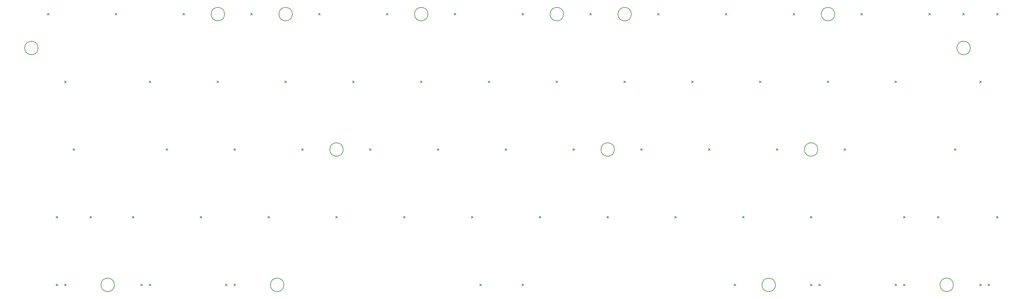
<source format=gbr>
%TF.GenerationSoftware,KiCad,Pcbnew,8.0.6*%
%TF.CreationDate,2024-12-01T17:55:37+07:00*%
%TF.ProjectId,Heart HE 60,48656172-7420-4484-9520-36302e6b6963,rev?*%
%TF.SameCoordinates,Original*%
%TF.FileFunction,Other,Comment*%
%FSLAX46Y46*%
G04 Gerber Fmt 4.6, Leading zero omitted, Abs format (unit mm)*
G04 Created by KiCad (PCBNEW 8.0.6) date 2024-12-01 17:55:37*
%MOMM*%
%LPD*%
G01*
G04 APERTURE LIST*
%ADD10C,0.150000*%
G04 APERTURE END LIST*
D10*
%TO.C,H11*%
X220975000Y0D02*
G75*
G02*
X217175000Y0I-1900000J0D01*
G01*
X217175000Y0D02*
G75*
G02*
X220975000Y0I1900000J0D01*
G01*
%TO.C,H13*%
X216212500Y-38100000D02*
G75*
G02*
X212412500Y-38100000I-1900000J0D01*
G01*
X212412500Y-38100000D02*
G75*
G02*
X216212500Y-38100000I1900000J0D01*
G01*
%TO.C,H14*%
X66193750Y-76200000D02*
G75*
G02*
X62393750Y-76200000I-1900000J0D01*
G01*
X62393750Y-76200000D02*
G75*
G02*
X66193750Y-76200000I1900000J0D01*
G01*
%TO.C,H10*%
X163825000Y0D02*
G75*
G02*
X160025000Y0I-1900000J0D01*
G01*
X160025000Y0D02*
G75*
G02*
X163825000Y0I1900000J0D01*
G01*
%TO.C,H4*%
X82862500Y-38100000D02*
G75*
G02*
X79062500Y-38100000I-1900000J0D01*
G01*
X79062500Y-38100000D02*
G75*
G02*
X82862500Y-38100000I1900000J0D01*
G01*
%TO.C,H18*%
X259075000Y-9525000D02*
G75*
G02*
X255275000Y-9525000I-1900000J0D01*
G01*
X255275000Y-9525000D02*
G75*
G02*
X259075000Y-9525000I1900000J0D01*
G01*
%TO.C,H6*%
X18568750Y-76200000D02*
G75*
G02*
X14768750Y-76200000I-1900000J0D01*
G01*
X14768750Y-76200000D02*
G75*
G02*
X18568750Y-76200000I1900000J0D01*
G01*
%TO.C,H12*%
X-2862500Y-9525000D02*
G75*
G02*
X-6662500Y-9525000I-1900000J0D01*
G01*
X-6662500Y-9525000D02*
G75*
G02*
X-2862500Y-9525000I1900000J0D01*
G01*
%TO.C,H8*%
X144775000Y0D02*
G75*
G02*
X140975000Y0I-1900000J0D01*
G01*
X140975000Y0D02*
G75*
G02*
X144775000Y0I1900000J0D01*
G01*
%TO.C,H17*%
X254312500Y-76200000D02*
G75*
G02*
X250512500Y-76200000I-1900000J0D01*
G01*
X250512500Y-76200000D02*
G75*
G02*
X254312500Y-76200000I1900000J0D01*
G01*
%TO.C,H9*%
X106675000Y0D02*
G75*
G02*
X102875000Y0I-1900000J0D01*
G01*
X102875000Y0D02*
G75*
G02*
X106675000Y0I1900000J0D01*
G01*
%TO.C,H15*%
X204306250Y-76200000D02*
G75*
G02*
X200506250Y-76200000I-1900000J0D01*
G01*
X200506250Y-76200000D02*
G75*
G02*
X204306250Y-76200000I1900000J0D01*
G01*
%TO.C,H5*%
X68575000Y0D02*
G75*
G02*
X64775000Y0I-1900000J0D01*
G01*
X64775000Y0D02*
G75*
G02*
X68575000Y0I1900000J0D01*
G01*
%TO.C,H3*%
X49525000Y0D02*
G75*
G02*
X45725000Y0I-1900000J0D01*
G01*
X45725000Y0D02*
G75*
G02*
X49525000Y0I1900000J0D01*
G01*
%TO.C,H7*%
X159062500Y-38100000D02*
G75*
G02*
X155262500Y-38100000I-1900000J0D01*
G01*
X155262500Y-38100000D02*
G75*
G02*
X159062500Y-38100000I1900000J0D01*
G01*
%TO.C,U25*%
X43116500Y-56896000D02*
X42608500Y-57404000D01*
X43116500Y-57404000D02*
X42608500Y-56896000D01*
%TO.C,U23*%
X47879000Y-18796000D02*
X47371000Y-19304000D01*
X47879000Y-19304000D02*
X47371000Y-18796000D01*
%TO.C,U30*%
X71691500Y-37846000D02*
X71183500Y-38354000D01*
X71691500Y-38354000D02*
X71183500Y-37846000D01*
%TO.C,U66*%
X185991500Y-37846000D02*
X185483500Y-38354000D01*
X185991500Y-38354000D02*
X185483500Y-37846000D01*
%TO.C,U75*%
X2127250Y-56896000D02*
X2635250Y-57404000D01*
X2127250Y-57404000D02*
X2635250Y-56896000D01*
%TO.C,U72*%
X205041500Y-37846000D02*
X204533500Y-38354000D01*
X205041500Y-38354000D02*
X204533500Y-37846000D01*
%TO.C,U79*%
X214566500Y-56896000D02*
X214058500Y-57404000D01*
X214566500Y-57404000D02*
X214058500Y-56896000D01*
%TO.C,U68*%
X261683500Y-75946000D02*
X262191500Y-76454000D01*
X262191500Y-75946000D02*
X261683500Y-76454000D01*
%TO.C,U55*%
X138366500Y-56896000D02*
X137858500Y-57404000D01*
X138366500Y-57404000D02*
X137858500Y-56896000D01*
%TO.C,U82*%
X228854000Y254000D02*
X228346000Y-254000D01*
X228854000Y-254000D02*
X228346000Y254000D01*
%TO.C,U77*%
X219329000Y-18796000D02*
X218821000Y-19304000D01*
X219329000Y-19304000D02*
X218821000Y-18796000D01*
%TO.C,U58*%
X152654000Y254000D02*
X152146000Y-254000D01*
X152654000Y-254000D02*
X152146000Y254000D01*
%TO.C,U31*%
X62166500Y-56896000D02*
X61658500Y-57404000D01*
X62166500Y-57404000D02*
X61658500Y-56896000D01*
%TO.C,U89*%
X261683500Y-18796000D02*
X262191500Y-19304000D01*
X261683500Y-19304000D02*
X262191500Y-18796000D01*
%TO.C,U37*%
X81216500Y-56896000D02*
X80708500Y-57404000D01*
X81216500Y-57404000D02*
X80708500Y-56896000D01*
%TO.C,U18*%
X33591500Y-37846000D02*
X33083500Y-38354000D01*
X33591500Y-38354000D02*
X33083500Y-37846000D01*
%TO.C,U65*%
X181229000Y-18796000D02*
X180721000Y-19304000D01*
X181229000Y-19304000D02*
X180721000Y-18796000D01*
%TO.C,U10*%
X254000Y254000D02*
X-254000Y-254000D01*
X254000Y-254000D02*
X-254000Y254000D01*
%TO.C,U26*%
X49752250Y-75946000D02*
X50260250Y-76454000D01*
X50260250Y-75946000D02*
X49752250Y-76454000D01*
%TO.C,U12*%
X6889750Y-37846000D02*
X7397750Y-38354000D01*
X6889750Y-38354000D02*
X7397750Y-37846000D01*
%TO.C,U83*%
X238379000Y-18796000D02*
X237871000Y-19304000D01*
X238379000Y-19304000D02*
X237871000Y-18796000D01*
%TO.C,U33*%
X11652250Y-56896000D02*
X12160250Y-57404000D01*
X11652250Y-57404000D02*
X12160250Y-56896000D01*
%TO.C,U17*%
X28829000Y-18796000D02*
X28321000Y-19304000D01*
X28829000Y-19304000D02*
X28321000Y-18796000D01*
%TO.C,U3*%
X256921000Y254000D02*
X257429000Y-254000D01*
X256921000Y-254000D02*
X257429000Y254000D01*
%TO.C,U34*%
X76454000Y254000D02*
X75946000Y-254000D01*
X76454000Y-254000D02*
X75946000Y254000D01*
%TO.C,U35*%
X85979000Y-18796000D02*
X85471000Y-19304000D01*
X85979000Y-19304000D02*
X85471000Y-18796000D01*
%TO.C,U6*%
X52133500Y-75946000D02*
X52641500Y-76454000D01*
X52641500Y-75946000D02*
X52133500Y-76454000D01*
%TO.C,U36*%
X90741500Y-37846000D02*
X90233500Y-38354000D01*
X90741500Y-38354000D02*
X90233500Y-37846000D01*
%TO.C,U70*%
X190754000Y254000D02*
X190246000Y-254000D01*
X190754000Y-254000D02*
X190246000Y254000D01*
%TO.C,U8*%
X214058500Y-75946000D02*
X214566500Y-76454000D01*
X214566500Y-75946000D02*
X214058500Y-76454000D01*
%TO.C,U43*%
X100266500Y-56896000D02*
X99758500Y-57404000D01*
X100266500Y-57404000D02*
X99758500Y-56896000D01*
%TO.C,U15*%
X192627250Y-75946000D02*
X193135250Y-76454000D01*
X192627250Y-76454000D02*
X193135250Y-75946000D01*
%TO.C,U52*%
X133604000Y254000D02*
X133096000Y-254000D01*
X133604000Y-254000D02*
X133096000Y254000D01*
%TO.C,U97*%
X266954000Y-56896000D02*
X266446000Y-57404000D01*
X266954000Y-57404000D02*
X266446000Y-56896000D01*
%TO.C,U22*%
X38354000Y254000D02*
X37846000Y-254000D01*
X38354000Y-254000D02*
X37846000Y254000D01*
%TO.C,U5*%
X28321000Y-75946000D02*
X28829000Y-76454000D01*
X28829000Y-75946000D02*
X28321000Y-76454000D01*
%TO.C,U67*%
X176466500Y-56896000D02*
X175958500Y-57404000D01*
X176466500Y-57404000D02*
X175958500Y-56896000D01*
%TO.C,U54*%
X147891500Y-37846000D02*
X147383500Y-38354000D01*
X147891500Y-38354000D02*
X147383500Y-37846000D01*
%TO.C,U53*%
X143129000Y-18796000D02*
X142621000Y-19304000D01*
X143129000Y-19304000D02*
X142621000Y-18796000D01*
%TO.C,U29*%
X66929000Y-18796000D02*
X66421000Y-19304000D01*
X66929000Y-19304000D02*
X66421000Y-18796000D01*
%TO.C,U14*%
X2127250Y-75946000D02*
X2635250Y-76454000D01*
X2635250Y-75946000D02*
X2127250Y-76454000D01*
%TO.C,U40*%
X95504000Y254000D02*
X94996000Y-254000D01*
X95504000Y-254000D02*
X94996000Y254000D01*
%TO.C,U39*%
X237871000Y-75946000D02*
X238379000Y-76454000D01*
X238379000Y-75946000D02*
X237871000Y-76454000D01*
%TO.C,U47*%
X124079000Y-18796000D02*
X123571000Y-19304000D01*
X124079000Y-19304000D02*
X123571000Y-18796000D01*
%TO.C,U71*%
X200279000Y-18796000D02*
X199771000Y-19304000D01*
X200279000Y-19304000D02*
X199771000Y-18796000D01*
%TO.C,U80*%
X24066500Y-56896000D02*
X23558500Y-57404000D01*
X24066500Y-57404000D02*
X23558500Y-56896000D01*
%TO.C,U28*%
X57404000Y254000D02*
X56896000Y-254000D01*
X57404000Y-254000D02*
X56896000Y254000D01*
%TO.C,U94*%
X266954000Y254000D02*
X266446000Y-254000D01*
X266954000Y-254000D02*
X266446000Y254000D01*
%TO.C,U42*%
X109791500Y-37846000D02*
X109283500Y-38354000D01*
X109791500Y-38354000D02*
X109283500Y-37846000D01*
%TO.C,U4*%
X4508500Y-75946000D02*
X5016500Y-76454000D01*
X5016500Y-75946000D02*
X4508500Y-76454000D01*
%TO.C,U91*%
X240252250Y-56896000D02*
X240760250Y-57404000D01*
X240252250Y-57404000D02*
X240760250Y-56896000D01*
%TO.C,U11*%
X4508500Y-18796000D02*
X5016500Y-19304000D01*
X4508500Y-19304000D02*
X5016500Y-18796000D01*
%TO.C,U73*%
X195516500Y-56896000D02*
X195008500Y-57404000D01*
X195516500Y-57404000D02*
X195008500Y-56896000D01*
%TO.C,U57*%
X249777250Y-56896000D02*
X250285250Y-57404000D01*
X249777250Y-57404000D02*
X250285250Y-56896000D01*
%TO.C,U84*%
X255047750Y-37846000D02*
X254539750Y-38354000D01*
X255047750Y-38354000D02*
X254539750Y-37846000D01*
%TO.C,U41*%
X105029000Y-18796000D02*
X104521000Y-19304000D01*
X105029000Y-19304000D02*
X104521000Y-18796000D01*
%TO.C,U48*%
X128841500Y-37846000D02*
X128333500Y-38354000D01*
X128841500Y-38354000D02*
X128333500Y-37846000D01*
%TO.C,U60*%
X166941500Y-37846000D02*
X166433500Y-38354000D01*
X166941500Y-38354000D02*
X166433500Y-37846000D01*
%TO.C,U64*%
X171704000Y254000D02*
X171196000Y-254000D01*
X171704000Y-254000D02*
X171196000Y254000D01*
%TO.C,U7*%
X133096000Y-75946000D02*
X133604000Y-76454000D01*
X133096000Y-76454000D02*
X133604000Y-75946000D01*
%TO.C,U59*%
X162179000Y-18796000D02*
X161671000Y-19304000D01*
X162179000Y-19304000D02*
X161671000Y-18796000D01*
%TO.C,U78*%
X224091500Y-37846000D02*
X223583500Y-38354000D01*
X224091500Y-38354000D02*
X223583500Y-37846000D01*
%TO.C,U16*%
X19304000Y254000D02*
X18796000Y-254000D01*
X19304000Y-254000D02*
X18796000Y254000D01*
%TO.C,U88*%
X247904000Y254000D02*
X247396000Y-254000D01*
X247904000Y-254000D02*
X247396000Y254000D01*
%TO.C,U49*%
X119316500Y-56896000D02*
X118808500Y-57404000D01*
X119316500Y-57404000D02*
X118808500Y-56896000D01*
%TO.C,U20*%
X25939750Y-75946000D02*
X26447750Y-76454000D01*
X26447750Y-75946000D02*
X25939750Y-76454000D01*
%TO.C,U50*%
X240252250Y-75946000D02*
X240760250Y-76454000D01*
X240760250Y-75946000D02*
X240252250Y-76454000D01*
%TO.C,U61*%
X157416500Y-56896000D02*
X156908500Y-57404000D01*
X157416500Y-57404000D02*
X156908500Y-56896000D01*
%TO.C,U44*%
X121189750Y-75946000D02*
X121697750Y-76454000D01*
X121189750Y-76454000D02*
X121697750Y-75946000D01*
%TO.C,U46*%
X114554000Y254000D02*
X114046000Y-254000D01*
X114554000Y-254000D02*
X114046000Y254000D01*
%TO.C,U76*%
X209804000Y254000D02*
X209296000Y-254000D01*
X209804000Y-254000D02*
X209296000Y254000D01*
%TO.C,U21*%
X216439750Y-75946000D02*
X216947750Y-76454000D01*
X216947750Y-75946000D02*
X216439750Y-76454000D01*
%TO.C,U24*%
X52641500Y-37846000D02*
X52133500Y-38354000D01*
X52641500Y-38354000D02*
X52133500Y-37846000D01*
%TO.C,U74*%
X264064750Y-75946000D02*
X264572750Y-76454000D01*
X264572750Y-75946000D02*
X264064750Y-76454000D01*
%TD*%
M02*

</source>
